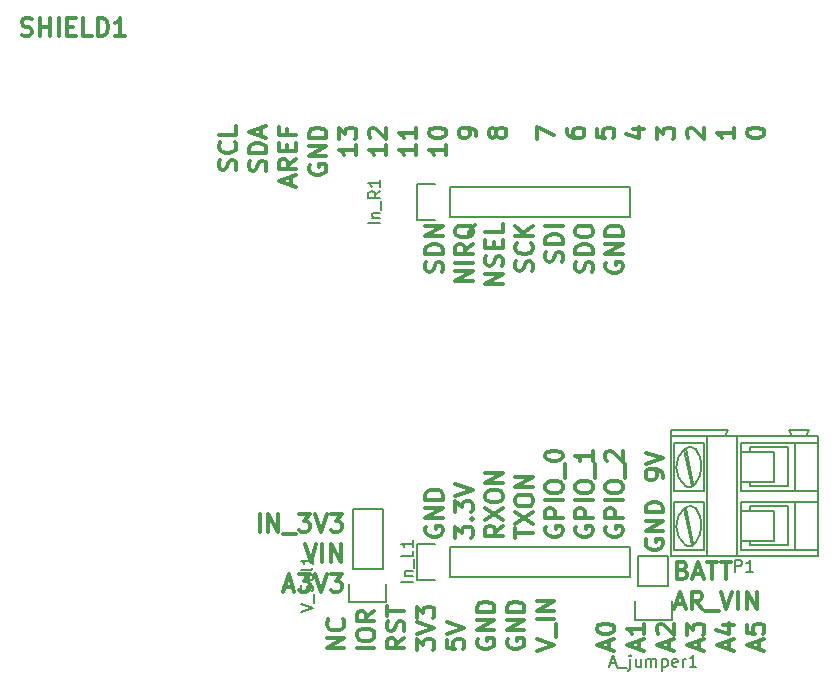
<source format=gto>
G04 #@! TF.FileFunction,Legend,Top*
%FSLAX46Y46*%
G04 Gerber Fmt 4.6, Leading zero omitted, Abs format (unit mm)*
G04 Created by KiCad (PCBNEW 4.0.1-2.201512121406+6195~38~ubuntu15.10.1-stable) date lun 14 dic 2015 21:42:08 CLT*
%MOMM*%
G01*
G04 APERTURE LIST*
%ADD10C,0.150000*%
%ADD11C,0.300000*%
%ADD12C,0.304800*%
G04 APERTURE END LIST*
D10*
D11*
X266998414Y-139619800D02*
X267712700Y-139619800D01*
X266855557Y-140048371D02*
X267355557Y-138548371D01*
X267855557Y-140048371D01*
X269212700Y-140048371D02*
X268712700Y-139334086D01*
X268355557Y-140048371D02*
X268355557Y-138548371D01*
X268926985Y-138548371D01*
X269069843Y-138619800D01*
X269141271Y-138691229D01*
X269212700Y-138834086D01*
X269212700Y-139048371D01*
X269141271Y-139191229D01*
X269069843Y-139262657D01*
X268926985Y-139334086D01*
X268355557Y-139334086D01*
X269498414Y-140191229D02*
X270641271Y-140191229D01*
X270784128Y-138548371D02*
X271284128Y-140048371D01*
X271784128Y-138548371D01*
X272284128Y-140048371D02*
X272284128Y-138548371D01*
X272998414Y-140048371D02*
X272998414Y-138548371D01*
X273855557Y-140048371D01*
X273855557Y-138548371D01*
X267569843Y-136722657D02*
X267784129Y-136794086D01*
X267855557Y-136865514D01*
X267926986Y-137008371D01*
X267926986Y-137222657D01*
X267855557Y-137365514D01*
X267784129Y-137436943D01*
X267641271Y-137508371D01*
X267069843Y-137508371D01*
X267069843Y-136008371D01*
X267569843Y-136008371D01*
X267712700Y-136079800D01*
X267784129Y-136151229D01*
X267855557Y-136294086D01*
X267855557Y-136436943D01*
X267784129Y-136579800D01*
X267712700Y-136651229D01*
X267569843Y-136722657D01*
X267069843Y-136722657D01*
X268498414Y-137079800D02*
X269212700Y-137079800D01*
X268355557Y-137508371D02*
X268855557Y-136008371D01*
X269355557Y-137508371D01*
X269641271Y-136008371D02*
X270498414Y-136008371D01*
X270069843Y-137508371D02*
X270069843Y-136008371D01*
X270784128Y-136008371D02*
X271641271Y-136008371D01*
X271212700Y-137508371D02*
X271212700Y-136008371D01*
X235571428Y-134538571D02*
X236071428Y-136038571D01*
X236571428Y-134538571D01*
X237071428Y-136038571D02*
X237071428Y-134538571D01*
X237785714Y-136038571D02*
X237785714Y-134538571D01*
X238642857Y-136038571D01*
X238642857Y-134538571D01*
X231785715Y-133498571D02*
X231785715Y-131998571D01*
X232500001Y-133498571D02*
X232500001Y-131998571D01*
X233357144Y-133498571D01*
X233357144Y-131998571D01*
X233714287Y-133641429D02*
X234857144Y-133641429D01*
X235071430Y-131998571D02*
X236000001Y-131998571D01*
X235500001Y-132570000D01*
X235714287Y-132570000D01*
X235857144Y-132641429D01*
X235928573Y-132712857D01*
X236000001Y-132855714D01*
X236000001Y-133212857D01*
X235928573Y-133355714D01*
X235857144Y-133427143D01*
X235714287Y-133498571D01*
X235285715Y-133498571D01*
X235142858Y-133427143D01*
X235071430Y-133355714D01*
X236428572Y-131998571D02*
X236928572Y-133498571D01*
X237428572Y-131998571D01*
X237785715Y-131998571D02*
X238714286Y-131998571D01*
X238214286Y-132570000D01*
X238428572Y-132570000D01*
X238571429Y-132641429D01*
X238642858Y-132712857D01*
X238714286Y-132855714D01*
X238714286Y-133212857D01*
X238642858Y-133355714D01*
X238571429Y-133427143D01*
X238428572Y-133498571D01*
X238000000Y-133498571D01*
X237857143Y-133427143D01*
X237785715Y-133355714D01*
X233857144Y-138150000D02*
X234571430Y-138150000D01*
X233714287Y-138578571D02*
X234214287Y-137078571D01*
X234714287Y-138578571D01*
X235071430Y-137078571D02*
X236000001Y-137078571D01*
X235500001Y-137650000D01*
X235714287Y-137650000D01*
X235857144Y-137721429D01*
X235928573Y-137792857D01*
X236000001Y-137935714D01*
X236000001Y-138292857D01*
X235928573Y-138435714D01*
X235857144Y-138507143D01*
X235714287Y-138578571D01*
X235285715Y-138578571D01*
X235142858Y-138507143D01*
X235071430Y-138435714D01*
X236428572Y-137078571D02*
X236928572Y-138578571D01*
X237428572Y-137078571D01*
X237785715Y-137078571D02*
X238714286Y-137078571D01*
X238214286Y-137650000D01*
X238428572Y-137650000D01*
X238571429Y-137721429D01*
X238642858Y-137792857D01*
X238714286Y-137935714D01*
X238714286Y-138292857D01*
X238642858Y-138435714D01*
X238571429Y-138507143D01*
X238428572Y-138578571D01*
X238000000Y-138578571D01*
X237857143Y-138507143D01*
X237785715Y-138435714D01*
X261108500Y-110705472D02*
X261037071Y-110848329D01*
X261037071Y-111062615D01*
X261108500Y-111276900D01*
X261251357Y-111419758D01*
X261394214Y-111491186D01*
X261679929Y-111562615D01*
X261894214Y-111562615D01*
X262179929Y-111491186D01*
X262322786Y-111419758D01*
X262465643Y-111276900D01*
X262537071Y-111062615D01*
X262537071Y-110919758D01*
X262465643Y-110705472D01*
X262394214Y-110634043D01*
X261894214Y-110634043D01*
X261894214Y-110919758D01*
X262537071Y-109991186D02*
X261037071Y-109991186D01*
X262537071Y-109134043D01*
X261037071Y-109134043D01*
X262537071Y-108419757D02*
X261037071Y-108419757D01*
X261037071Y-108062614D01*
X261108500Y-107848329D01*
X261251357Y-107705471D01*
X261394214Y-107634043D01*
X261679929Y-107562614D01*
X261894214Y-107562614D01*
X262179929Y-107634043D01*
X262322786Y-107705471D01*
X262465643Y-107848329D01*
X262537071Y-108062614D01*
X262537071Y-108419757D01*
X259925643Y-111491186D02*
X259997071Y-111276900D01*
X259997071Y-110919757D01*
X259925643Y-110776900D01*
X259854214Y-110705471D01*
X259711357Y-110634043D01*
X259568500Y-110634043D01*
X259425643Y-110705471D01*
X259354214Y-110776900D01*
X259282786Y-110919757D01*
X259211357Y-111205471D01*
X259139929Y-111348329D01*
X259068500Y-111419757D01*
X258925643Y-111491186D01*
X258782786Y-111491186D01*
X258639929Y-111419757D01*
X258568500Y-111348329D01*
X258497071Y-111205471D01*
X258497071Y-110848329D01*
X258568500Y-110634043D01*
X259997071Y-109991186D02*
X258497071Y-109991186D01*
X258497071Y-109634043D01*
X258568500Y-109419758D01*
X258711357Y-109276900D01*
X258854214Y-109205472D01*
X259139929Y-109134043D01*
X259354214Y-109134043D01*
X259639929Y-109205472D01*
X259782786Y-109276900D01*
X259925643Y-109419758D01*
X259997071Y-109634043D01*
X259997071Y-109991186D01*
X258497071Y-108205472D02*
X258497071Y-107919758D01*
X258568500Y-107776900D01*
X258711357Y-107634043D01*
X258997071Y-107562615D01*
X259497071Y-107562615D01*
X259782786Y-107634043D01*
X259925643Y-107776900D01*
X259997071Y-107919758D01*
X259997071Y-108205472D01*
X259925643Y-108348329D01*
X259782786Y-108491186D01*
X259497071Y-108562615D01*
X258997071Y-108562615D01*
X258711357Y-108491186D01*
X258568500Y-108348329D01*
X258497071Y-108205472D01*
X257385643Y-110634043D02*
X257457071Y-110419757D01*
X257457071Y-110062614D01*
X257385643Y-109919757D01*
X257314214Y-109848328D01*
X257171357Y-109776900D01*
X257028500Y-109776900D01*
X256885643Y-109848328D01*
X256814214Y-109919757D01*
X256742786Y-110062614D01*
X256671357Y-110348328D01*
X256599929Y-110491186D01*
X256528500Y-110562614D01*
X256385643Y-110634043D01*
X256242786Y-110634043D01*
X256099929Y-110562614D01*
X256028500Y-110491186D01*
X255957071Y-110348328D01*
X255957071Y-109991186D01*
X256028500Y-109776900D01*
X257457071Y-109134043D02*
X255957071Y-109134043D01*
X255957071Y-108776900D01*
X256028500Y-108562615D01*
X256171357Y-108419757D01*
X256314214Y-108348329D01*
X256599929Y-108276900D01*
X256814214Y-108276900D01*
X257099929Y-108348329D01*
X257242786Y-108419757D01*
X257385643Y-108562615D01*
X257457071Y-108776900D01*
X257457071Y-109134043D01*
X257457071Y-107634043D02*
X255957071Y-107634043D01*
X254845643Y-111419757D02*
X254917071Y-111205471D01*
X254917071Y-110848328D01*
X254845643Y-110705471D01*
X254774214Y-110634042D01*
X254631357Y-110562614D01*
X254488500Y-110562614D01*
X254345643Y-110634042D01*
X254274214Y-110705471D01*
X254202786Y-110848328D01*
X254131357Y-111134042D01*
X254059929Y-111276900D01*
X253988500Y-111348328D01*
X253845643Y-111419757D01*
X253702786Y-111419757D01*
X253559929Y-111348328D01*
X253488500Y-111276900D01*
X253417071Y-111134042D01*
X253417071Y-110776900D01*
X253488500Y-110562614D01*
X254774214Y-109062614D02*
X254845643Y-109134043D01*
X254917071Y-109348329D01*
X254917071Y-109491186D01*
X254845643Y-109705471D01*
X254702786Y-109848329D01*
X254559929Y-109919757D01*
X254274214Y-109991186D01*
X254059929Y-109991186D01*
X253774214Y-109919757D01*
X253631357Y-109848329D01*
X253488500Y-109705471D01*
X253417071Y-109491186D01*
X253417071Y-109348329D01*
X253488500Y-109134043D01*
X253559929Y-109062614D01*
X254917071Y-108419757D02*
X253417071Y-108419757D01*
X254917071Y-107562614D02*
X254059929Y-108205471D01*
X253417071Y-107562614D02*
X254274214Y-108419757D01*
X252377071Y-112491186D02*
X250877071Y-112491186D01*
X252377071Y-111634043D01*
X250877071Y-111634043D01*
X252305643Y-110991186D02*
X252377071Y-110776900D01*
X252377071Y-110419757D01*
X252305643Y-110276900D01*
X252234214Y-110205471D01*
X252091357Y-110134043D01*
X251948500Y-110134043D01*
X251805643Y-110205471D01*
X251734214Y-110276900D01*
X251662786Y-110419757D01*
X251591357Y-110705471D01*
X251519929Y-110848329D01*
X251448500Y-110919757D01*
X251305643Y-110991186D01*
X251162786Y-110991186D01*
X251019929Y-110919757D01*
X250948500Y-110848329D01*
X250877071Y-110705471D01*
X250877071Y-110348329D01*
X250948500Y-110134043D01*
X251591357Y-109491186D02*
X251591357Y-108991186D01*
X252377071Y-108776900D02*
X252377071Y-109491186D01*
X250877071Y-109491186D01*
X250877071Y-108776900D01*
X252377071Y-107419757D02*
X252377071Y-108134043D01*
X250877071Y-108134043D01*
X249837071Y-112276901D02*
X248337071Y-112276901D01*
X249837071Y-111419758D01*
X248337071Y-111419758D01*
X249837071Y-110705472D02*
X248337071Y-110705472D01*
X249837071Y-109134043D02*
X249122786Y-109634043D01*
X249837071Y-109991186D02*
X248337071Y-109991186D01*
X248337071Y-109419758D01*
X248408500Y-109276900D01*
X248479929Y-109205472D01*
X248622786Y-109134043D01*
X248837071Y-109134043D01*
X248979929Y-109205472D01*
X249051357Y-109276900D01*
X249122786Y-109419758D01*
X249122786Y-109991186D01*
X249979929Y-107491186D02*
X249908500Y-107634043D01*
X249765643Y-107776900D01*
X249551357Y-107991186D01*
X249479929Y-108134043D01*
X249479929Y-108276900D01*
X249837071Y-108205472D02*
X249765643Y-108348329D01*
X249622786Y-108491186D01*
X249337071Y-108562615D01*
X248837071Y-108562615D01*
X248551357Y-108491186D01*
X248408500Y-108348329D01*
X248337071Y-108205472D01*
X248337071Y-107919758D01*
X248408500Y-107776900D01*
X248551357Y-107634043D01*
X248837071Y-107562615D01*
X249337071Y-107562615D01*
X249622786Y-107634043D01*
X249765643Y-107776900D01*
X249837071Y-107919758D01*
X249837071Y-108205472D01*
X247225643Y-111491186D02*
X247297071Y-111276900D01*
X247297071Y-110919757D01*
X247225643Y-110776900D01*
X247154214Y-110705471D01*
X247011357Y-110634043D01*
X246868500Y-110634043D01*
X246725643Y-110705471D01*
X246654214Y-110776900D01*
X246582786Y-110919757D01*
X246511357Y-111205471D01*
X246439929Y-111348329D01*
X246368500Y-111419757D01*
X246225643Y-111491186D01*
X246082786Y-111491186D01*
X245939929Y-111419757D01*
X245868500Y-111348329D01*
X245797071Y-111205471D01*
X245797071Y-110848329D01*
X245868500Y-110634043D01*
X247297071Y-109991186D02*
X245797071Y-109991186D01*
X245797071Y-109634043D01*
X245868500Y-109419758D01*
X246011357Y-109276900D01*
X246154214Y-109205472D01*
X246439929Y-109134043D01*
X246654214Y-109134043D01*
X246939929Y-109205472D01*
X247082786Y-109276900D01*
X247225643Y-109419758D01*
X247297071Y-109634043D01*
X247297071Y-109991186D01*
X247297071Y-108491186D02*
X245797071Y-108491186D01*
X247297071Y-107634043D01*
X245797071Y-107634043D01*
X261108500Y-133057143D02*
X261037071Y-133200000D01*
X261037071Y-133414286D01*
X261108500Y-133628571D01*
X261251357Y-133771429D01*
X261394214Y-133842857D01*
X261679929Y-133914286D01*
X261894214Y-133914286D01*
X262179929Y-133842857D01*
X262322786Y-133771429D01*
X262465643Y-133628571D01*
X262537071Y-133414286D01*
X262537071Y-133271429D01*
X262465643Y-133057143D01*
X262394214Y-132985714D01*
X261894214Y-132985714D01*
X261894214Y-133271429D01*
X262537071Y-132342857D02*
X261037071Y-132342857D01*
X261037071Y-131771429D01*
X261108500Y-131628571D01*
X261179929Y-131557143D01*
X261322786Y-131485714D01*
X261537071Y-131485714D01*
X261679929Y-131557143D01*
X261751357Y-131628571D01*
X261822786Y-131771429D01*
X261822786Y-132342857D01*
X262537071Y-130842857D02*
X261037071Y-130842857D01*
X261037071Y-129842857D02*
X261037071Y-129557143D01*
X261108500Y-129414285D01*
X261251357Y-129271428D01*
X261537071Y-129200000D01*
X262037071Y-129200000D01*
X262322786Y-129271428D01*
X262465643Y-129414285D01*
X262537071Y-129557143D01*
X262537071Y-129842857D01*
X262465643Y-129985714D01*
X262322786Y-130128571D01*
X262037071Y-130200000D01*
X261537071Y-130200000D01*
X261251357Y-130128571D01*
X261108500Y-129985714D01*
X261037071Y-129842857D01*
X262679929Y-128914285D02*
X262679929Y-127771428D01*
X261179929Y-127485714D02*
X261108500Y-127414285D01*
X261037071Y-127271428D01*
X261037071Y-126914285D01*
X261108500Y-126771428D01*
X261179929Y-126699999D01*
X261322786Y-126628571D01*
X261465643Y-126628571D01*
X261679929Y-126699999D01*
X262537071Y-127557142D01*
X262537071Y-126628571D01*
X258568500Y-133057143D02*
X258497071Y-133200000D01*
X258497071Y-133414286D01*
X258568500Y-133628571D01*
X258711357Y-133771429D01*
X258854214Y-133842857D01*
X259139929Y-133914286D01*
X259354214Y-133914286D01*
X259639929Y-133842857D01*
X259782786Y-133771429D01*
X259925643Y-133628571D01*
X259997071Y-133414286D01*
X259997071Y-133271429D01*
X259925643Y-133057143D01*
X259854214Y-132985714D01*
X259354214Y-132985714D01*
X259354214Y-133271429D01*
X259997071Y-132342857D02*
X258497071Y-132342857D01*
X258497071Y-131771429D01*
X258568500Y-131628571D01*
X258639929Y-131557143D01*
X258782786Y-131485714D01*
X258997071Y-131485714D01*
X259139929Y-131557143D01*
X259211357Y-131628571D01*
X259282786Y-131771429D01*
X259282786Y-132342857D01*
X259997071Y-130842857D02*
X258497071Y-130842857D01*
X258497071Y-129842857D02*
X258497071Y-129557143D01*
X258568500Y-129414285D01*
X258711357Y-129271428D01*
X258997071Y-129200000D01*
X259497071Y-129200000D01*
X259782786Y-129271428D01*
X259925643Y-129414285D01*
X259997071Y-129557143D01*
X259997071Y-129842857D01*
X259925643Y-129985714D01*
X259782786Y-130128571D01*
X259497071Y-130200000D01*
X258997071Y-130200000D01*
X258711357Y-130128571D01*
X258568500Y-129985714D01*
X258497071Y-129842857D01*
X260139929Y-128914285D02*
X260139929Y-127771428D01*
X259997071Y-126628571D02*
X259997071Y-127485714D01*
X259997071Y-127057142D02*
X258497071Y-127057142D01*
X258711357Y-127199999D01*
X258854214Y-127342857D01*
X258925643Y-127485714D01*
X256028500Y-133057143D02*
X255957071Y-133200000D01*
X255957071Y-133414286D01*
X256028500Y-133628571D01*
X256171357Y-133771429D01*
X256314214Y-133842857D01*
X256599929Y-133914286D01*
X256814214Y-133914286D01*
X257099929Y-133842857D01*
X257242786Y-133771429D01*
X257385643Y-133628571D01*
X257457071Y-133414286D01*
X257457071Y-133271429D01*
X257385643Y-133057143D01*
X257314214Y-132985714D01*
X256814214Y-132985714D01*
X256814214Y-133271429D01*
X257457071Y-132342857D02*
X255957071Y-132342857D01*
X255957071Y-131771429D01*
X256028500Y-131628571D01*
X256099929Y-131557143D01*
X256242786Y-131485714D01*
X256457071Y-131485714D01*
X256599929Y-131557143D01*
X256671357Y-131628571D01*
X256742786Y-131771429D01*
X256742786Y-132342857D01*
X257457071Y-130842857D02*
X255957071Y-130842857D01*
X255957071Y-129842857D02*
X255957071Y-129557143D01*
X256028500Y-129414285D01*
X256171357Y-129271428D01*
X256457071Y-129200000D01*
X256957071Y-129200000D01*
X257242786Y-129271428D01*
X257385643Y-129414285D01*
X257457071Y-129557143D01*
X257457071Y-129842857D01*
X257385643Y-129985714D01*
X257242786Y-130128571D01*
X256957071Y-130200000D01*
X256457071Y-130200000D01*
X256171357Y-130128571D01*
X256028500Y-129985714D01*
X255957071Y-129842857D01*
X257599929Y-128914285D02*
X257599929Y-127771428D01*
X255957071Y-127128571D02*
X255957071Y-126985714D01*
X256028500Y-126842857D01*
X256099929Y-126771428D01*
X256242786Y-126699999D01*
X256528500Y-126628571D01*
X256885643Y-126628571D01*
X257171357Y-126699999D01*
X257314214Y-126771428D01*
X257385643Y-126842857D01*
X257457071Y-126985714D01*
X257457071Y-127128571D01*
X257385643Y-127271428D01*
X257314214Y-127342857D01*
X257171357Y-127414285D01*
X256885643Y-127485714D01*
X256528500Y-127485714D01*
X256242786Y-127414285D01*
X256099929Y-127342857D01*
X256028500Y-127271428D01*
X255957071Y-127128571D01*
X253417071Y-134057143D02*
X253417071Y-133200000D01*
X254917071Y-133628571D02*
X253417071Y-133628571D01*
X253417071Y-132842857D02*
X254917071Y-131842857D01*
X253417071Y-131842857D02*
X254917071Y-132842857D01*
X253417071Y-130985715D02*
X253417071Y-130700001D01*
X253488500Y-130557143D01*
X253631357Y-130414286D01*
X253917071Y-130342858D01*
X254417071Y-130342858D01*
X254702786Y-130414286D01*
X254845643Y-130557143D01*
X254917071Y-130700001D01*
X254917071Y-130985715D01*
X254845643Y-131128572D01*
X254702786Y-131271429D01*
X254417071Y-131342858D01*
X253917071Y-131342858D01*
X253631357Y-131271429D01*
X253488500Y-131128572D01*
X253417071Y-130985715D01*
X254917071Y-129700000D02*
X253417071Y-129700000D01*
X254917071Y-128842857D01*
X253417071Y-128842857D01*
X252377071Y-132985714D02*
X251662786Y-133485714D01*
X252377071Y-133842857D02*
X250877071Y-133842857D01*
X250877071Y-133271429D01*
X250948500Y-133128571D01*
X251019929Y-133057143D01*
X251162786Y-132985714D01*
X251377071Y-132985714D01*
X251519929Y-133057143D01*
X251591357Y-133128571D01*
X251662786Y-133271429D01*
X251662786Y-133842857D01*
X250877071Y-132485714D02*
X252377071Y-131485714D01*
X250877071Y-131485714D02*
X252377071Y-132485714D01*
X250877071Y-130628572D02*
X250877071Y-130342858D01*
X250948500Y-130200000D01*
X251091357Y-130057143D01*
X251377071Y-129985715D01*
X251877071Y-129985715D01*
X252162786Y-130057143D01*
X252305643Y-130200000D01*
X252377071Y-130342858D01*
X252377071Y-130628572D01*
X252305643Y-130771429D01*
X252162786Y-130914286D01*
X251877071Y-130985715D01*
X251377071Y-130985715D01*
X251091357Y-130914286D01*
X250948500Y-130771429D01*
X250877071Y-130628572D01*
X252377071Y-129342857D02*
X250877071Y-129342857D01*
X252377071Y-128485714D01*
X250877071Y-128485714D01*
X248337071Y-133985714D02*
X248337071Y-133057143D01*
X248908500Y-133557143D01*
X248908500Y-133342857D01*
X248979929Y-133200000D01*
X249051357Y-133128571D01*
X249194214Y-133057143D01*
X249551357Y-133057143D01*
X249694214Y-133128571D01*
X249765643Y-133200000D01*
X249837071Y-133342857D01*
X249837071Y-133771429D01*
X249765643Y-133914286D01*
X249694214Y-133985714D01*
X249694214Y-132414286D02*
X249765643Y-132342858D01*
X249837071Y-132414286D01*
X249765643Y-132485715D01*
X249694214Y-132414286D01*
X249837071Y-132414286D01*
X248337071Y-131842857D02*
X248337071Y-130914286D01*
X248908500Y-131414286D01*
X248908500Y-131200000D01*
X248979929Y-131057143D01*
X249051357Y-130985714D01*
X249194214Y-130914286D01*
X249551357Y-130914286D01*
X249694214Y-130985714D01*
X249765643Y-131057143D01*
X249837071Y-131200000D01*
X249837071Y-131628572D01*
X249765643Y-131771429D01*
X249694214Y-131842857D01*
X248337071Y-130485715D02*
X249837071Y-129985715D01*
X248337071Y-129485715D01*
X245868500Y-133057143D02*
X245797071Y-133200000D01*
X245797071Y-133414286D01*
X245868500Y-133628571D01*
X246011357Y-133771429D01*
X246154214Y-133842857D01*
X246439929Y-133914286D01*
X246654214Y-133914286D01*
X246939929Y-133842857D01*
X247082786Y-133771429D01*
X247225643Y-133628571D01*
X247297071Y-133414286D01*
X247297071Y-133271429D01*
X247225643Y-133057143D01*
X247154214Y-132985714D01*
X246654214Y-132985714D01*
X246654214Y-133271429D01*
X247297071Y-132342857D02*
X245797071Y-132342857D01*
X247297071Y-131485714D01*
X245797071Y-131485714D01*
X247297071Y-130771428D02*
X245797071Y-130771428D01*
X245797071Y-130414285D01*
X245868500Y-130200000D01*
X246011357Y-130057142D01*
X246154214Y-129985714D01*
X246439929Y-129914285D01*
X246654214Y-129914285D01*
X246939929Y-129985714D01*
X247082786Y-130057142D01*
X247225643Y-130200000D01*
X247297071Y-130414285D01*
X247297071Y-130771428D01*
X273003271Y-99785714D02*
X273003271Y-99642857D01*
X273074700Y-99500000D01*
X273146129Y-99428571D01*
X273288986Y-99357142D01*
X273574700Y-99285714D01*
X273931843Y-99285714D01*
X274217557Y-99357142D01*
X274360414Y-99428571D01*
X274431843Y-99500000D01*
X274503271Y-99642857D01*
X274503271Y-99785714D01*
X274431843Y-99928571D01*
X274360414Y-100000000D01*
X274217557Y-100071428D01*
X273931843Y-100142857D01*
X273574700Y-100142857D01*
X273288986Y-100071428D01*
X273146129Y-100000000D01*
X273074700Y-99928571D01*
X273003271Y-99785714D01*
X271963271Y-99285714D02*
X271963271Y-100142857D01*
X271963271Y-99714285D02*
X270463271Y-99714285D01*
X270677557Y-99857142D01*
X270820414Y-100000000D01*
X270891843Y-100142857D01*
X268066129Y-100142857D02*
X267994700Y-100071428D01*
X267923271Y-99928571D01*
X267923271Y-99571428D01*
X267994700Y-99428571D01*
X268066129Y-99357142D01*
X268208986Y-99285714D01*
X268351843Y-99285714D01*
X268566129Y-99357142D01*
X269423271Y-100214285D01*
X269423271Y-99285714D01*
X265383271Y-100214285D02*
X265383271Y-99285714D01*
X265954700Y-99785714D01*
X265954700Y-99571428D01*
X266026129Y-99428571D01*
X266097557Y-99357142D01*
X266240414Y-99285714D01*
X266597557Y-99285714D01*
X266740414Y-99357142D01*
X266811843Y-99428571D01*
X266883271Y-99571428D01*
X266883271Y-100000000D01*
X266811843Y-100142857D01*
X266740414Y-100214285D01*
X263343271Y-99428571D02*
X264343271Y-99428571D01*
X262771843Y-99785714D02*
X263843271Y-100142857D01*
X263843271Y-99214285D01*
X260303271Y-99357142D02*
X260303271Y-100071428D01*
X261017557Y-100142857D01*
X260946129Y-100071428D01*
X260874700Y-99928571D01*
X260874700Y-99571428D01*
X260946129Y-99428571D01*
X261017557Y-99357142D01*
X261160414Y-99285714D01*
X261517557Y-99285714D01*
X261660414Y-99357142D01*
X261731843Y-99428571D01*
X261803271Y-99571428D01*
X261803271Y-99928571D01*
X261731843Y-100071428D01*
X261660414Y-100142857D01*
X257763271Y-99428571D02*
X257763271Y-99714285D01*
X257834700Y-99857142D01*
X257906129Y-99928571D01*
X258120414Y-100071428D01*
X258406129Y-100142857D01*
X258977557Y-100142857D01*
X259120414Y-100071428D01*
X259191843Y-100000000D01*
X259263271Y-99857142D01*
X259263271Y-99571428D01*
X259191843Y-99428571D01*
X259120414Y-99357142D01*
X258977557Y-99285714D01*
X258620414Y-99285714D01*
X258477557Y-99357142D01*
X258406129Y-99428571D01*
X258334700Y-99571428D01*
X258334700Y-99857142D01*
X258406129Y-100000000D01*
X258477557Y-100071428D01*
X258620414Y-100142857D01*
X255223271Y-100214285D02*
X255223271Y-99214285D01*
X256723271Y-99857142D01*
X251802129Y-99857142D02*
X251730700Y-100000000D01*
X251659271Y-100071428D01*
X251516414Y-100142857D01*
X251444986Y-100142857D01*
X251302129Y-100071428D01*
X251230700Y-100000000D01*
X251159271Y-99857142D01*
X251159271Y-99571428D01*
X251230700Y-99428571D01*
X251302129Y-99357142D01*
X251444986Y-99285714D01*
X251516414Y-99285714D01*
X251659271Y-99357142D01*
X251730700Y-99428571D01*
X251802129Y-99571428D01*
X251802129Y-99857142D01*
X251873557Y-100000000D01*
X251944986Y-100071428D01*
X252087843Y-100142857D01*
X252373557Y-100142857D01*
X252516414Y-100071428D01*
X252587843Y-100000000D01*
X252659271Y-99857142D01*
X252659271Y-99571428D01*
X252587843Y-99428571D01*
X252516414Y-99357142D01*
X252373557Y-99285714D01*
X252087843Y-99285714D01*
X251944986Y-99357142D01*
X251873557Y-99428571D01*
X251802129Y-99571428D01*
X250119271Y-100000000D02*
X250119271Y-99714285D01*
X250047843Y-99571428D01*
X249976414Y-99500000D01*
X249762129Y-99357142D01*
X249476414Y-99285714D01*
X248904986Y-99285714D01*
X248762129Y-99357142D01*
X248690700Y-99428571D01*
X248619271Y-99571428D01*
X248619271Y-99857142D01*
X248690700Y-100000000D01*
X248762129Y-100071428D01*
X248904986Y-100142857D01*
X249262129Y-100142857D01*
X249404986Y-100071428D01*
X249476414Y-100000000D01*
X249547843Y-99857142D01*
X249547843Y-99571428D01*
X249476414Y-99428571D01*
X249404986Y-99357142D01*
X249262129Y-99285714D01*
X247579271Y-100714285D02*
X247579271Y-101571428D01*
X247579271Y-101142856D02*
X246079271Y-101142856D01*
X246293557Y-101285713D01*
X246436414Y-101428571D01*
X246507843Y-101571428D01*
X246079271Y-99785714D02*
X246079271Y-99642857D01*
X246150700Y-99500000D01*
X246222129Y-99428571D01*
X246364986Y-99357142D01*
X246650700Y-99285714D01*
X247007843Y-99285714D01*
X247293557Y-99357142D01*
X247436414Y-99428571D01*
X247507843Y-99500000D01*
X247579271Y-99642857D01*
X247579271Y-99785714D01*
X247507843Y-99928571D01*
X247436414Y-100000000D01*
X247293557Y-100071428D01*
X247007843Y-100142857D01*
X246650700Y-100142857D01*
X246364986Y-100071428D01*
X246222129Y-100000000D01*
X246150700Y-99928571D01*
X246079271Y-99785714D01*
X245039271Y-100714285D02*
X245039271Y-101571428D01*
X245039271Y-101142856D02*
X243539271Y-101142856D01*
X243753557Y-101285713D01*
X243896414Y-101428571D01*
X243967843Y-101571428D01*
X245039271Y-99285714D02*
X245039271Y-100142857D01*
X245039271Y-99714285D02*
X243539271Y-99714285D01*
X243753557Y-99857142D01*
X243896414Y-100000000D01*
X243967843Y-100142857D01*
X242499271Y-100714285D02*
X242499271Y-101571428D01*
X242499271Y-101142856D02*
X240999271Y-101142856D01*
X241213557Y-101285713D01*
X241356414Y-101428571D01*
X241427843Y-101571428D01*
X241142129Y-100142857D02*
X241070700Y-100071428D01*
X240999271Y-99928571D01*
X240999271Y-99571428D01*
X241070700Y-99428571D01*
X241142129Y-99357142D01*
X241284986Y-99285714D01*
X241427843Y-99285714D01*
X241642129Y-99357142D01*
X242499271Y-100214285D01*
X242499271Y-99285714D01*
X239959271Y-100714285D02*
X239959271Y-101571428D01*
X239959271Y-101142856D02*
X238459271Y-101142856D01*
X238673557Y-101285713D01*
X238816414Y-101428571D01*
X238887843Y-101571428D01*
X238459271Y-100214285D02*
X238459271Y-99285714D01*
X239030700Y-99785714D01*
X239030700Y-99571428D01*
X239102129Y-99428571D01*
X239173557Y-99357142D01*
X239316414Y-99285714D01*
X239673557Y-99285714D01*
X239816414Y-99357142D01*
X239887843Y-99428571D01*
X239959271Y-99571428D01*
X239959271Y-100000000D01*
X239887843Y-100142857D01*
X239816414Y-100214285D01*
X235990700Y-102428572D02*
X235919271Y-102571429D01*
X235919271Y-102785715D01*
X235990700Y-103000000D01*
X236133557Y-103142858D01*
X236276414Y-103214286D01*
X236562129Y-103285715D01*
X236776414Y-103285715D01*
X237062129Y-103214286D01*
X237204986Y-103142858D01*
X237347843Y-103000000D01*
X237419271Y-102785715D01*
X237419271Y-102642858D01*
X237347843Y-102428572D01*
X237276414Y-102357143D01*
X236776414Y-102357143D01*
X236776414Y-102642858D01*
X237419271Y-101714286D02*
X235919271Y-101714286D01*
X237419271Y-100857143D01*
X235919271Y-100857143D01*
X237419271Y-100142857D02*
X235919271Y-100142857D01*
X235919271Y-99785714D01*
X235990700Y-99571429D01*
X236133557Y-99428571D01*
X236276414Y-99357143D01*
X236562129Y-99285714D01*
X236776414Y-99285714D01*
X237062129Y-99357143D01*
X237204986Y-99428571D01*
X237347843Y-99571429D01*
X237419271Y-99785714D01*
X237419271Y-100142857D01*
X234450700Y-104142857D02*
X234450700Y-103428571D01*
X234879271Y-104285714D02*
X233379271Y-103785714D01*
X234879271Y-103285714D01*
X234879271Y-101928571D02*
X234164986Y-102428571D01*
X234879271Y-102785714D02*
X233379271Y-102785714D01*
X233379271Y-102214286D01*
X233450700Y-102071428D01*
X233522129Y-102000000D01*
X233664986Y-101928571D01*
X233879271Y-101928571D01*
X234022129Y-102000000D01*
X234093557Y-102071428D01*
X234164986Y-102214286D01*
X234164986Y-102785714D01*
X234093557Y-101285714D02*
X234093557Y-100785714D01*
X234879271Y-100571428D02*
X234879271Y-101285714D01*
X233379271Y-101285714D01*
X233379271Y-100571428D01*
X234093557Y-99428571D02*
X234093557Y-99928571D01*
X234879271Y-99928571D02*
X233379271Y-99928571D01*
X233379271Y-99214285D01*
X232267843Y-102928571D02*
X232339271Y-102714285D01*
X232339271Y-102357142D01*
X232267843Y-102214285D01*
X232196414Y-102142856D01*
X232053557Y-102071428D01*
X231910700Y-102071428D01*
X231767843Y-102142856D01*
X231696414Y-102214285D01*
X231624986Y-102357142D01*
X231553557Y-102642856D01*
X231482129Y-102785714D01*
X231410700Y-102857142D01*
X231267843Y-102928571D01*
X231124986Y-102928571D01*
X230982129Y-102857142D01*
X230910700Y-102785714D01*
X230839271Y-102642856D01*
X230839271Y-102285714D01*
X230910700Y-102071428D01*
X232339271Y-101428571D02*
X230839271Y-101428571D01*
X230839271Y-101071428D01*
X230910700Y-100857143D01*
X231053557Y-100714285D01*
X231196414Y-100642857D01*
X231482129Y-100571428D01*
X231696414Y-100571428D01*
X231982129Y-100642857D01*
X232124986Y-100714285D01*
X232267843Y-100857143D01*
X232339271Y-101071428D01*
X232339271Y-101428571D01*
X231910700Y-100000000D02*
X231910700Y-99285714D01*
X232339271Y-100142857D02*
X230839271Y-99642857D01*
X232339271Y-99142857D01*
X229727843Y-102857143D02*
X229799271Y-102642857D01*
X229799271Y-102285714D01*
X229727843Y-102142857D01*
X229656414Y-102071428D01*
X229513557Y-102000000D01*
X229370700Y-102000000D01*
X229227843Y-102071428D01*
X229156414Y-102142857D01*
X229084986Y-102285714D01*
X229013557Y-102571428D01*
X228942129Y-102714286D01*
X228870700Y-102785714D01*
X228727843Y-102857143D01*
X228584986Y-102857143D01*
X228442129Y-102785714D01*
X228370700Y-102714286D01*
X228299271Y-102571428D01*
X228299271Y-102214286D01*
X228370700Y-102000000D01*
X229656414Y-100500000D02*
X229727843Y-100571429D01*
X229799271Y-100785715D01*
X229799271Y-100928572D01*
X229727843Y-101142857D01*
X229584986Y-101285715D01*
X229442129Y-101357143D01*
X229156414Y-101428572D01*
X228942129Y-101428572D01*
X228656414Y-101357143D01*
X228513557Y-101285715D01*
X228370700Y-101142857D01*
X228299271Y-100928572D01*
X228299271Y-100785715D01*
X228370700Y-100571429D01*
X228442129Y-100500000D01*
X229799271Y-99142857D02*
X229799271Y-99857143D01*
X228299271Y-99857143D01*
X274074700Y-143414286D02*
X274074700Y-142700000D01*
X274503271Y-143557143D02*
X273003271Y-143057143D01*
X274503271Y-142557143D01*
X273003271Y-141342857D02*
X273003271Y-142057143D01*
X273717557Y-142128572D01*
X273646129Y-142057143D01*
X273574700Y-141914286D01*
X273574700Y-141557143D01*
X273646129Y-141414286D01*
X273717557Y-141342857D01*
X273860414Y-141271429D01*
X274217557Y-141271429D01*
X274360414Y-141342857D01*
X274431843Y-141414286D01*
X274503271Y-141557143D01*
X274503271Y-141914286D01*
X274431843Y-142057143D01*
X274360414Y-142128572D01*
X271534700Y-143414286D02*
X271534700Y-142700000D01*
X271963271Y-143557143D02*
X270463271Y-143057143D01*
X271963271Y-142557143D01*
X270963271Y-141414286D02*
X271963271Y-141414286D01*
X270391843Y-141771429D02*
X271463271Y-142128572D01*
X271463271Y-141200000D01*
X268994700Y-143414286D02*
X268994700Y-142700000D01*
X269423271Y-143557143D02*
X267923271Y-143057143D01*
X269423271Y-142557143D01*
X267923271Y-142200000D02*
X267923271Y-141271429D01*
X268494700Y-141771429D01*
X268494700Y-141557143D01*
X268566129Y-141414286D01*
X268637557Y-141342857D01*
X268780414Y-141271429D01*
X269137557Y-141271429D01*
X269280414Y-141342857D01*
X269351843Y-141414286D01*
X269423271Y-141557143D01*
X269423271Y-141985715D01*
X269351843Y-142128572D01*
X269280414Y-142200000D01*
X266454700Y-143414286D02*
X266454700Y-142700000D01*
X266883271Y-143557143D02*
X265383271Y-143057143D01*
X266883271Y-142557143D01*
X265526129Y-142128572D02*
X265454700Y-142057143D01*
X265383271Y-141914286D01*
X265383271Y-141557143D01*
X265454700Y-141414286D01*
X265526129Y-141342857D01*
X265668986Y-141271429D01*
X265811843Y-141271429D01*
X266026129Y-141342857D01*
X266883271Y-142200000D01*
X266883271Y-141271429D01*
X263914700Y-143414286D02*
X263914700Y-142700000D01*
X264343271Y-143557143D02*
X262843271Y-143057143D01*
X264343271Y-142557143D01*
X264343271Y-141271429D02*
X264343271Y-142128572D01*
X264343271Y-141700000D02*
X262843271Y-141700000D01*
X263057557Y-141842857D01*
X263200414Y-141985715D01*
X263271843Y-142128572D01*
X261374700Y-143414286D02*
X261374700Y-142700000D01*
X261803271Y-143557143D02*
X260303271Y-143057143D01*
X261803271Y-142557143D01*
X260303271Y-141771429D02*
X260303271Y-141628572D01*
X260374700Y-141485715D01*
X260446129Y-141414286D01*
X260588986Y-141342857D01*
X260874700Y-141271429D01*
X261231843Y-141271429D01*
X261517557Y-141342857D01*
X261660414Y-141414286D01*
X261731843Y-141485715D01*
X261803271Y-141628572D01*
X261803271Y-141771429D01*
X261731843Y-141914286D01*
X261660414Y-141985715D01*
X261517557Y-142057143D01*
X261231843Y-142128572D01*
X260874700Y-142128572D01*
X260588986Y-142057143D01*
X260446129Y-141985715D01*
X260374700Y-141914286D01*
X260303271Y-141771429D01*
X255223271Y-143557143D02*
X256723271Y-143057143D01*
X255223271Y-142557143D01*
X256866129Y-142414286D02*
X256866129Y-141271429D01*
X256723271Y-140914286D02*
X255223271Y-140914286D01*
X256723271Y-140200000D02*
X255223271Y-140200000D01*
X256723271Y-139342857D01*
X255223271Y-139342857D01*
X252754700Y-142557143D02*
X252683271Y-142700000D01*
X252683271Y-142914286D01*
X252754700Y-143128571D01*
X252897557Y-143271429D01*
X253040414Y-143342857D01*
X253326129Y-143414286D01*
X253540414Y-143414286D01*
X253826129Y-143342857D01*
X253968986Y-143271429D01*
X254111843Y-143128571D01*
X254183271Y-142914286D01*
X254183271Y-142771429D01*
X254111843Y-142557143D01*
X254040414Y-142485714D01*
X253540414Y-142485714D01*
X253540414Y-142771429D01*
X254183271Y-141842857D02*
X252683271Y-141842857D01*
X254183271Y-140985714D01*
X252683271Y-140985714D01*
X254183271Y-140271428D02*
X252683271Y-140271428D01*
X252683271Y-139914285D01*
X252754700Y-139700000D01*
X252897557Y-139557142D01*
X253040414Y-139485714D01*
X253326129Y-139414285D01*
X253540414Y-139414285D01*
X253826129Y-139485714D01*
X253968986Y-139557142D01*
X254111843Y-139700000D01*
X254183271Y-139914285D01*
X254183271Y-140271428D01*
X250214700Y-142557143D02*
X250143271Y-142700000D01*
X250143271Y-142914286D01*
X250214700Y-143128571D01*
X250357557Y-143271429D01*
X250500414Y-143342857D01*
X250786129Y-143414286D01*
X251000414Y-143414286D01*
X251286129Y-143342857D01*
X251428986Y-143271429D01*
X251571843Y-143128571D01*
X251643271Y-142914286D01*
X251643271Y-142771429D01*
X251571843Y-142557143D01*
X251500414Y-142485714D01*
X251000414Y-142485714D01*
X251000414Y-142771429D01*
X251643271Y-141842857D02*
X250143271Y-141842857D01*
X251643271Y-140985714D01*
X250143271Y-140985714D01*
X251643271Y-140271428D02*
X250143271Y-140271428D01*
X250143271Y-139914285D01*
X250214700Y-139700000D01*
X250357557Y-139557142D01*
X250500414Y-139485714D01*
X250786129Y-139414285D01*
X251000414Y-139414285D01*
X251286129Y-139485714D01*
X251428986Y-139557142D01*
X251571843Y-139700000D01*
X251643271Y-139914285D01*
X251643271Y-140271428D01*
X247603271Y-142628571D02*
X247603271Y-143342857D01*
X248317557Y-143414286D01*
X248246129Y-143342857D01*
X248174700Y-143200000D01*
X248174700Y-142842857D01*
X248246129Y-142700000D01*
X248317557Y-142628571D01*
X248460414Y-142557143D01*
X248817557Y-142557143D01*
X248960414Y-142628571D01*
X249031843Y-142700000D01*
X249103271Y-142842857D01*
X249103271Y-143200000D01*
X249031843Y-143342857D01*
X248960414Y-143414286D01*
X247603271Y-142128572D02*
X249103271Y-141628572D01*
X247603271Y-141128572D01*
X245063271Y-143485714D02*
X245063271Y-142557143D01*
X245634700Y-143057143D01*
X245634700Y-142842857D01*
X245706129Y-142700000D01*
X245777557Y-142628571D01*
X245920414Y-142557143D01*
X246277557Y-142557143D01*
X246420414Y-142628571D01*
X246491843Y-142700000D01*
X246563271Y-142842857D01*
X246563271Y-143271429D01*
X246491843Y-143414286D01*
X246420414Y-143485714D01*
X245063271Y-142128572D02*
X246563271Y-141628572D01*
X245063271Y-141128572D01*
X245063271Y-140771429D02*
X245063271Y-139842858D01*
X245634700Y-140342858D01*
X245634700Y-140128572D01*
X245706129Y-139985715D01*
X245777557Y-139914286D01*
X245920414Y-139842858D01*
X246277557Y-139842858D01*
X246420414Y-139914286D01*
X246491843Y-139985715D01*
X246563271Y-140128572D01*
X246563271Y-140557144D01*
X246491843Y-140700001D01*
X246420414Y-140771429D01*
X244023271Y-142485714D02*
X243308986Y-142985714D01*
X244023271Y-143342857D02*
X242523271Y-143342857D01*
X242523271Y-142771429D01*
X242594700Y-142628571D01*
X242666129Y-142557143D01*
X242808986Y-142485714D01*
X243023271Y-142485714D01*
X243166129Y-142557143D01*
X243237557Y-142628571D01*
X243308986Y-142771429D01*
X243308986Y-143342857D01*
X243951843Y-141914286D02*
X244023271Y-141700000D01*
X244023271Y-141342857D01*
X243951843Y-141200000D01*
X243880414Y-141128571D01*
X243737557Y-141057143D01*
X243594700Y-141057143D01*
X243451843Y-141128571D01*
X243380414Y-141200000D01*
X243308986Y-141342857D01*
X243237557Y-141628571D01*
X243166129Y-141771429D01*
X243094700Y-141842857D01*
X242951843Y-141914286D01*
X242808986Y-141914286D01*
X242666129Y-141842857D01*
X242594700Y-141771429D01*
X242523271Y-141628571D01*
X242523271Y-141271429D01*
X242594700Y-141057143D01*
X242523271Y-140628572D02*
X242523271Y-139771429D01*
X244023271Y-140200000D02*
X242523271Y-140200000D01*
X241483271Y-143342857D02*
X239983271Y-143342857D01*
X239983271Y-142342857D02*
X239983271Y-142057143D01*
X240054700Y-141914285D01*
X240197557Y-141771428D01*
X240483271Y-141700000D01*
X240983271Y-141700000D01*
X241268986Y-141771428D01*
X241411843Y-141914285D01*
X241483271Y-142057143D01*
X241483271Y-142342857D01*
X241411843Y-142485714D01*
X241268986Y-142628571D01*
X240983271Y-142700000D01*
X240483271Y-142700000D01*
X240197557Y-142628571D01*
X240054700Y-142485714D01*
X239983271Y-142342857D01*
X241483271Y-140199999D02*
X240768986Y-140699999D01*
X241483271Y-141057142D02*
X239983271Y-141057142D01*
X239983271Y-140485714D01*
X240054700Y-140342856D01*
X240126129Y-140271428D01*
X240268986Y-140199999D01*
X240483271Y-140199999D01*
X240626129Y-140271428D01*
X240697557Y-140342856D01*
X240768986Y-140485714D01*
X240768986Y-141057142D01*
X238943271Y-143342857D02*
X237443271Y-143342857D01*
X238943271Y-142485714D01*
X237443271Y-142485714D01*
X238800414Y-140914285D02*
X238871843Y-140985714D01*
X238943271Y-141200000D01*
X238943271Y-141342857D01*
X238871843Y-141557142D01*
X238728986Y-141700000D01*
X238586129Y-141771428D01*
X238300414Y-141842857D01*
X238086129Y-141842857D01*
X237800414Y-141771428D01*
X237657557Y-141700000D01*
X237514700Y-141557142D01*
X237443271Y-141342857D01*
X237443271Y-141200000D01*
X237514700Y-140985714D01*
X237586129Y-140914285D01*
X264512100Y-134142857D02*
X264440671Y-134285714D01*
X264440671Y-134500000D01*
X264512100Y-134714285D01*
X264654957Y-134857143D01*
X264797814Y-134928571D01*
X265083529Y-135000000D01*
X265297814Y-135000000D01*
X265583529Y-134928571D01*
X265726386Y-134857143D01*
X265869243Y-134714285D01*
X265940671Y-134500000D01*
X265940671Y-134357143D01*
X265869243Y-134142857D01*
X265797814Y-134071428D01*
X265297814Y-134071428D01*
X265297814Y-134357143D01*
X265940671Y-133428571D02*
X264440671Y-133428571D01*
X265940671Y-132571428D01*
X264440671Y-132571428D01*
X265940671Y-131857142D02*
X264440671Y-131857142D01*
X264440671Y-131499999D01*
X264512100Y-131285714D01*
X264654957Y-131142856D01*
X264797814Y-131071428D01*
X265083529Y-130999999D01*
X265297814Y-130999999D01*
X265583529Y-131071428D01*
X265726386Y-131142856D01*
X265869243Y-131285714D01*
X265940671Y-131499999D01*
X265940671Y-131857142D01*
X265940671Y-128928571D02*
X265940671Y-128642856D01*
X265869243Y-128499999D01*
X265797814Y-128428571D01*
X265583529Y-128285713D01*
X265297814Y-128214285D01*
X264726386Y-128214285D01*
X264583529Y-128285713D01*
X264512100Y-128357142D01*
X264440671Y-128499999D01*
X264440671Y-128785713D01*
X264512100Y-128928571D01*
X264583529Y-128999999D01*
X264726386Y-129071428D01*
X265083529Y-129071428D01*
X265226386Y-128999999D01*
X265297814Y-128928571D01*
X265369243Y-128785713D01*
X265369243Y-128499999D01*
X265297814Y-128357142D01*
X265226386Y-128285713D01*
X265083529Y-128214285D01*
X264440671Y-127785714D02*
X265940671Y-127285714D01*
X264440671Y-126785714D01*
D10*
X275340000Y-134259600D02*
X275340000Y-131719600D01*
X275340000Y-131719600D02*
X272546000Y-131719600D01*
X272546000Y-134259600D02*
X272546000Y-131719600D01*
X275340000Y-134259600D02*
X272546000Y-134259600D01*
X275340000Y-129255800D02*
X275340000Y-126715800D01*
X275340000Y-126715800D02*
X272546000Y-126715800D01*
X272546000Y-129255800D02*
X272546000Y-126715800D01*
X275340000Y-129255800D02*
X272546000Y-129255800D01*
X266577000Y-125395000D02*
X269625000Y-125395000D01*
X266577000Y-125395000D02*
X266577000Y-135580000D01*
X266577000Y-125395000D02*
X266577000Y-124887000D01*
X266577000Y-124887000D02*
X271403000Y-124887000D01*
X271403000Y-124887000D02*
X271149000Y-125395000D01*
X278261000Y-124887000D02*
X278007000Y-125395000D01*
X278007000Y-125395000D02*
X279023000Y-125395000D01*
X276610000Y-124887000D02*
X276864000Y-125395000D01*
X276864000Y-125395000D02*
X278007000Y-125395000D01*
X276610000Y-124887000D02*
X278261000Y-124887000D01*
X279023000Y-130017800D02*
X277118000Y-130017800D01*
X272546000Y-125953800D02*
X277118000Y-125953800D01*
X279023000Y-130017800D02*
X279023000Y-125953800D01*
X279023000Y-125953800D02*
X279023000Y-125395000D01*
X279023000Y-130957600D02*
X277118000Y-130957600D01*
X279023000Y-130957600D02*
X279023000Y-130017800D01*
X272546000Y-135021600D02*
X277118000Y-135021600D01*
X279023000Y-135580000D02*
X279023000Y-135021600D01*
X279023000Y-135021600D02*
X279023000Y-130957600D01*
X277118000Y-130017800D02*
X277118000Y-125953800D01*
X277118000Y-130017800D02*
X272546000Y-130017800D01*
X277118000Y-125953800D02*
X279023000Y-125953800D01*
X277118000Y-130957600D02*
X277118000Y-135021600D01*
X277118000Y-130957600D02*
X272546000Y-130957600D01*
X277118000Y-135021600D02*
X279023000Y-135021600D01*
X276483000Y-126334800D02*
X273308000Y-126334800D01*
X276483000Y-126334800D02*
X276483000Y-129636800D01*
X276483000Y-129636800D02*
X273308000Y-129636800D01*
X276483000Y-131338600D02*
X273308000Y-131338600D01*
X276483000Y-131338600D02*
X276483000Y-134640600D01*
X276483000Y-134640600D02*
X273308000Y-134640600D01*
X273308000Y-134640600D02*
X273308000Y-134259600D01*
X273308000Y-131338600D02*
X273308000Y-131719600D01*
X273308000Y-129636800D02*
X273308000Y-129255800D01*
X273308000Y-126334800D02*
X273308000Y-126715800D01*
X279023000Y-135580000D02*
X272165000Y-135580000D01*
X272165000Y-135580000D02*
X269625000Y-135580000D01*
X271149000Y-125395000D02*
X272165000Y-125395000D01*
X272165000Y-125395000D02*
X276864000Y-125395000D01*
X269625000Y-135580000D02*
X269625000Y-125395000D01*
X269625000Y-135580000D02*
X266577000Y-135580000D01*
X269625000Y-125395000D02*
X271149000Y-125395000D01*
X269371000Y-130017800D02*
X266831000Y-130017800D01*
X266831000Y-130017800D02*
X266831000Y-125953800D01*
X266831000Y-125953800D02*
X269371000Y-125953800D01*
X269371000Y-125953800D02*
X269371000Y-130017800D01*
X269371000Y-130957600D02*
X266831000Y-130957600D01*
X269371000Y-130957600D02*
X269371000Y-135021600D01*
X269371000Y-135021600D02*
X266831000Y-135021600D01*
X266831000Y-130957600D02*
X266831000Y-135021600D01*
X268355000Y-129611400D02*
X267720000Y-126563400D01*
X268482000Y-129484400D02*
X267847000Y-126436400D01*
X268355000Y-134615200D02*
X267720000Y-131564660D01*
X268482000Y-134488200D02*
X267847000Y-131440200D01*
X272546000Y-135021600D02*
X272546000Y-134640600D01*
X272546000Y-130957600D02*
X272546000Y-131338600D01*
X272546000Y-131338600D02*
X272546000Y-134640600D01*
X272165000Y-135580000D02*
X272165000Y-134640600D01*
X272165000Y-134640600D02*
X272165000Y-131338600D01*
X272165000Y-131338600D02*
X272165000Y-129636800D01*
X272165000Y-125395000D02*
X272165000Y-126334800D01*
X272165000Y-126334800D02*
X272165000Y-129636800D01*
X272546000Y-125953800D02*
X272546000Y-126334800D01*
X272546000Y-130017800D02*
X272546000Y-129636800D01*
X272546000Y-129636800D02*
X272546000Y-126334800D01*
X268714570Y-126517028D02*
G75*
G03X267747940Y-126464340I-509430J-452772D01*
G01*
X268634896Y-129459728D02*
G75*
G03X268682660Y-126471960I-1905496J1524728D01*
G01*
X267743156Y-126460589D02*
G75*
G03X267796200Y-129611400I1348444J-1553151D01*
G01*
X267746519Y-129560097D02*
G75*
G03X268672500Y-129418360I407821J431297D01*
G01*
X268717110Y-131520851D02*
G75*
G03X267747940Y-131465600I-511970J-452749D01*
G01*
X268634896Y-134460988D02*
G75*
G03X268682660Y-131473220I-1905496J1524728D01*
G01*
X267738153Y-131458427D02*
G75*
G03X267796200Y-134615200I1353447J-1554033D01*
G01*
X267748981Y-134564520D02*
G75*
G03X268672500Y-134419620I405359J431920D01*
G01*
X247888500Y-134785000D02*
X263128500Y-134785000D01*
X263128500Y-134785000D02*
X263128500Y-137325000D01*
X263128500Y-137325000D02*
X247888500Y-137325000D01*
X245068500Y-134505000D02*
X246618500Y-134505000D01*
X247888500Y-134785000D02*
X247888500Y-137325000D01*
X246618500Y-137605000D02*
X245068500Y-137605000D01*
X245068500Y-137605000D02*
X245068500Y-134505000D01*
X247888500Y-104285000D02*
X263128500Y-104285000D01*
X263128500Y-104285000D02*
X263128500Y-106825000D01*
X263128500Y-106825000D02*
X247888500Y-106825000D01*
X245068500Y-104005000D02*
X246618500Y-104005000D01*
X247888500Y-104285000D02*
X247888500Y-106825000D01*
X246618500Y-107105000D02*
X245068500Y-107105000D01*
X245068500Y-107105000D02*
X245068500Y-104005000D01*
X239356300Y-137900000D02*
X239356300Y-139450000D01*
X239356300Y-139450000D02*
X242456300Y-139450000D01*
X242456300Y-139450000D02*
X242456300Y-137900000D01*
X239636300Y-136630000D02*
X239636300Y-131550000D01*
X239636300Y-131550000D02*
X242176300Y-131550000D01*
X242176300Y-131550000D02*
X242176300Y-136630000D01*
X242176300Y-136630000D02*
X239636300Y-136630000D01*
X263829800Y-138099800D02*
X263829800Y-135559800D01*
X263549800Y-140919800D02*
X263549800Y-139369800D01*
X263829800Y-138099800D02*
X266369800Y-138099800D01*
X266649800Y-139369800D02*
X266649800Y-140919800D01*
X266649800Y-140919800D02*
X263549800Y-140919800D01*
X266369800Y-138099800D02*
X266369800Y-135559800D01*
X266369800Y-135559800D02*
X263829800Y-135559800D01*
X272023805Y-136881381D02*
X272023805Y-135881381D01*
X272404758Y-135881381D01*
X272499996Y-135929000D01*
X272547615Y-135976619D01*
X272595234Y-136071857D01*
X272595234Y-136214714D01*
X272547615Y-136309952D01*
X272499996Y-136357571D01*
X272404758Y-136405190D01*
X272023805Y-136405190D01*
X273547615Y-136881381D02*
X272976186Y-136881381D01*
X273261900Y-136881381D02*
X273261900Y-135881381D01*
X273166662Y-136024238D01*
X273071424Y-136119476D01*
X272976186Y-136167095D01*
D12*
X211623729Y-91447257D02*
X211841443Y-91519829D01*
X212204300Y-91519829D01*
X212349443Y-91447257D01*
X212422014Y-91374686D01*
X212494586Y-91229543D01*
X212494586Y-91084400D01*
X212422014Y-90939257D01*
X212349443Y-90866686D01*
X212204300Y-90794114D01*
X211914014Y-90721543D01*
X211768872Y-90648971D01*
X211696300Y-90576400D01*
X211623729Y-90431257D01*
X211623729Y-90286114D01*
X211696300Y-90140971D01*
X211768872Y-90068400D01*
X211914014Y-89995829D01*
X212276872Y-89995829D01*
X212494586Y-90068400D01*
X213147729Y-91519829D02*
X213147729Y-89995829D01*
X213147729Y-90721543D02*
X214018586Y-90721543D01*
X214018586Y-91519829D02*
X214018586Y-89995829D01*
X214744300Y-91519829D02*
X214744300Y-89995829D01*
X215470014Y-90721543D02*
X215978014Y-90721543D01*
X216195728Y-91519829D02*
X215470014Y-91519829D01*
X215470014Y-89995829D01*
X216195728Y-89995829D01*
X217574585Y-91519829D02*
X216848871Y-91519829D01*
X216848871Y-89995829D01*
X218082585Y-91519829D02*
X218082585Y-89995829D01*
X218445442Y-89995829D01*
X218663157Y-90068400D01*
X218808299Y-90213543D01*
X218880871Y-90358686D01*
X218953442Y-90648971D01*
X218953442Y-90866686D01*
X218880871Y-91156971D01*
X218808299Y-91302114D01*
X218663157Y-91447257D01*
X218445442Y-91519829D01*
X218082585Y-91519829D01*
X220404871Y-91519829D02*
X219534014Y-91519829D01*
X219969442Y-91519829D02*
X219969442Y-89995829D01*
X219824299Y-90213543D01*
X219679157Y-90358686D01*
X219534014Y-90431257D01*
D10*
X244724181Y-137705886D02*
X243724181Y-137705886D01*
X244057514Y-137229696D02*
X244724181Y-137229696D01*
X244152752Y-137229696D02*
X244105133Y-137182077D01*
X244057514Y-137086839D01*
X244057514Y-136943981D01*
X244105133Y-136848743D01*
X244200371Y-136801124D01*
X244724181Y-136801124D01*
X244819419Y-136563029D02*
X244819419Y-135801124D01*
X244724181Y-135086838D02*
X244724181Y-135563029D01*
X243724181Y-135563029D01*
X244724181Y-134229695D02*
X244724181Y-134801124D01*
X244724181Y-134515410D02*
X243724181Y-134515410D01*
X243867038Y-134610648D01*
X243962276Y-134705886D01*
X244009895Y-134801124D01*
X241970881Y-107364524D02*
X240970881Y-107364524D01*
X241304214Y-106888334D02*
X241970881Y-106888334D01*
X241399452Y-106888334D02*
X241351833Y-106840715D01*
X241304214Y-106745477D01*
X241304214Y-106602619D01*
X241351833Y-106507381D01*
X241447071Y-106459762D01*
X241970881Y-106459762D01*
X242066119Y-106221667D02*
X242066119Y-105459762D01*
X241970881Y-104650238D02*
X241494690Y-104983572D01*
X241970881Y-105221667D02*
X240970881Y-105221667D01*
X240970881Y-104840714D01*
X241018500Y-104745476D01*
X241066119Y-104697857D01*
X241161357Y-104650238D01*
X241304214Y-104650238D01*
X241399452Y-104697857D01*
X241447071Y-104745476D01*
X241494690Y-104840714D01*
X241494690Y-105221667D01*
X241970881Y-103697857D02*
X241970881Y-104269286D01*
X241970881Y-103983572D02*
X240970881Y-103983572D01*
X241113738Y-104078810D01*
X241208976Y-104174048D01*
X241256595Y-104269286D01*
X235258681Y-140257143D02*
X236258681Y-139923810D01*
X235258681Y-139590476D01*
X236353919Y-139495238D02*
X236353919Y-138733333D01*
X236211062Y-138542857D02*
X236258681Y-138400000D01*
X236258681Y-138161904D01*
X236211062Y-138066666D01*
X236163443Y-138019047D01*
X236068205Y-137971428D01*
X235972967Y-137971428D01*
X235877729Y-138019047D01*
X235830110Y-138066666D01*
X235782490Y-138161904D01*
X235734871Y-138352381D01*
X235687252Y-138447619D01*
X235639633Y-138495238D01*
X235544395Y-138542857D01*
X235449157Y-138542857D01*
X235353919Y-138495238D01*
X235306300Y-138447619D01*
X235258681Y-138352381D01*
X235258681Y-138114285D01*
X235306300Y-137971428D01*
X236211062Y-137161904D02*
X236258681Y-137257142D01*
X236258681Y-137447619D01*
X236211062Y-137542857D01*
X236115824Y-137590476D01*
X235734871Y-137590476D01*
X235639633Y-137542857D01*
X235592014Y-137447619D01*
X235592014Y-137257142D01*
X235639633Y-137161904D01*
X235734871Y-137114285D01*
X235830110Y-137114285D01*
X235925348Y-137590476D01*
X236258681Y-136542857D02*
X236211062Y-136638095D01*
X236115824Y-136685714D01*
X235258681Y-136685714D01*
X236258681Y-135638094D02*
X236258681Y-136209523D01*
X236258681Y-135923809D02*
X235258681Y-135923809D01*
X235401538Y-136019047D01*
X235496776Y-136114285D01*
X235544395Y-136209523D01*
X261456943Y-144636467D02*
X261933134Y-144636467D01*
X261361705Y-144922181D02*
X261695038Y-143922181D01*
X262028372Y-144922181D01*
X262123610Y-145017419D02*
X262885515Y-145017419D01*
X263123610Y-144255514D02*
X263123610Y-145112657D01*
X263075991Y-145207895D01*
X262980753Y-145255514D01*
X262933134Y-145255514D01*
X263123610Y-143922181D02*
X263075991Y-143969800D01*
X263123610Y-144017419D01*
X263171229Y-143969800D01*
X263123610Y-143922181D01*
X263123610Y-144017419D01*
X264028372Y-144255514D02*
X264028372Y-144922181D01*
X263599800Y-144255514D02*
X263599800Y-144779324D01*
X263647419Y-144874562D01*
X263742657Y-144922181D01*
X263885515Y-144922181D01*
X263980753Y-144874562D01*
X264028372Y-144826943D01*
X264504562Y-144922181D02*
X264504562Y-144255514D01*
X264504562Y-144350752D02*
X264552181Y-144303133D01*
X264647419Y-144255514D01*
X264790277Y-144255514D01*
X264885515Y-144303133D01*
X264933134Y-144398371D01*
X264933134Y-144922181D01*
X264933134Y-144398371D02*
X264980753Y-144303133D01*
X265075991Y-144255514D01*
X265218848Y-144255514D01*
X265314086Y-144303133D01*
X265361705Y-144398371D01*
X265361705Y-144922181D01*
X265837895Y-144255514D02*
X265837895Y-145255514D01*
X265837895Y-144303133D02*
X265933133Y-144255514D01*
X266123610Y-144255514D01*
X266218848Y-144303133D01*
X266266467Y-144350752D01*
X266314086Y-144445990D01*
X266314086Y-144731705D01*
X266266467Y-144826943D01*
X266218848Y-144874562D01*
X266123610Y-144922181D01*
X265933133Y-144922181D01*
X265837895Y-144874562D01*
X267123610Y-144874562D02*
X267028372Y-144922181D01*
X266837895Y-144922181D01*
X266742657Y-144874562D01*
X266695038Y-144779324D01*
X266695038Y-144398371D01*
X266742657Y-144303133D01*
X266837895Y-144255514D01*
X267028372Y-144255514D01*
X267123610Y-144303133D01*
X267171229Y-144398371D01*
X267171229Y-144493610D01*
X266695038Y-144588848D01*
X267599800Y-144922181D02*
X267599800Y-144255514D01*
X267599800Y-144445990D02*
X267647419Y-144350752D01*
X267695038Y-144303133D01*
X267790276Y-144255514D01*
X267885515Y-144255514D01*
X268742658Y-144922181D02*
X268171229Y-144922181D01*
X268456943Y-144922181D02*
X268456943Y-143922181D01*
X268361705Y-144065038D01*
X268266467Y-144160276D01*
X268171229Y-144207895D01*
M02*

</source>
